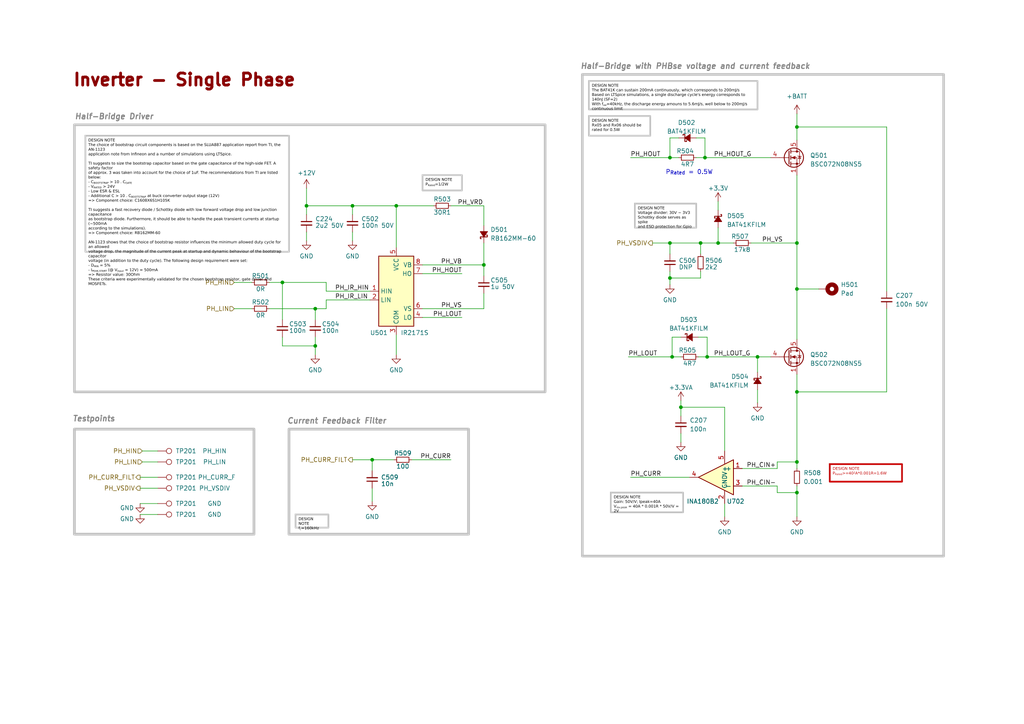
<source format=kicad_sch>
(kicad_sch (version 20230121) (generator eeschema)
  (paper "A4")
  (title_block (title "Inverter - Single Phase") (date "2023-12-27") (rev "1.0"))
  (lib_symbols
    (symbol "Amplifier_Current:INA180B2"
      (property "Reference" "U" (at 6.35 -5.08 0))
      (symbol "INA180B2_0_1"
        (polyline (pts (xy 7.62 0) (xy -2.54 5.08) (xy -2.54 -5.08) (xy 7.62 0)) (stroke (width 0.254)) (fill (type background)))
      )
      (symbol "INA180B2_1_1"
        (pin input line (at -5.08 2.54 0) (length 2.54) (name "+") (number "1"))
        (pin power_in line (at 0 -7.62 90) (length 3.81) (name "GND") (number "2"))
        (pin input line (at -5.08 -2.54 0) (length 2.54) (name "-") (number "3"))
        (pin output line (at 10.16 0 180) (length 2.54) (name "~") (number "4"))
        (pin power_in line (at 0 7.62 270) (length 3.81) (name "V+") (number "5"))
      )
    )
    (symbol "Connector:TestPoint" (pin_numbers hide) (pin_names (offset 0.762) hide)
      (property "Reference" "TP" (at 0 6.858 0))
      (property "Value" "TestPoint" (at 0 5.08 0))
      (symbol "TestPoint_0_1"
        (circle (center 0 3.302) (radius 0.762))
      )
      (symbol "TestPoint_1_1"
        (pin passive line (at 0 0 90) (length 2.54) (name "1") (number "1"))
      )
    )
    (symbol "Device:C_Small" (pin_numbers hide) (pin_names (offset 0.254) hide)
      (property "Reference" "C" (at 0.254 1.778 0))
      (property "Value" "C_Small" (at 0.254 -2.032 0))
      (symbol "C_Small_0_1"
        (polyline (pts (xy -1.524 -0.508) (xy 1.524 -0.508)) (stroke (width 0.3302)))
        (polyline (pts (xy -1.524 0.508) (xy 1.524 0.508)) (stroke (width 0.3048)))
      )
      (symbol "C_Small_1_1"
        (pin passive line (at 0 2.54 270) (length 2.032) (name "~") (number "1"))
        (pin passive line (at 0 -2.54 90) (length 2.032) (name "~") (number "2"))
      )
    )
    (symbol "Device:D_Schottky_Small_Filled" (pin_numbers hide) (pin_names (offset 0.254) hide)
      (property "Reference" "D" (at -1.27 2.032 0))
      (property "Value" "D_Schottky_Small_Filled" (at -7.112 -2.032 0))
      (symbol "D_Schottky_Small_Filled_0_1"
        (polyline (pts (xy -0.762 0) (xy 0.762 0)))
        (polyline (pts (xy 0.762 -1.016) (xy -0.762 0) (xy 0.762 1.016) (xy 0.762 -1.016)) (stroke (width 0.254)) (fill (type outline)))
        (polyline (pts (xy -1.27 0.762) (xy -1.27 1.016) (xy -0.762 1.016) (xy -0.762 -1.016) (xy -0.254 -1.016) (xy -0.254 -0.762)) (stroke (width 0.254)))
      )
      (symbol "D_Schottky_Small_Filled_1_1"
        (pin passive line (at -2.54 0 0) (length 1.778) (name "K") (number "1"))
        (pin passive line (at 2.54 0 180) (length 1.778) (name "A") (number "2"))
      )
    )
    (symbol "Device:R_Small" (pin_numbers hide) (pin_names (offset 0.254) hide)
      (property "Reference" "R" (at 0.762 0.508 0))
      (property "Value" "R_Small" (at 0.762 -1.016 0))
      (symbol "R_Small_0_1"
        (rectangle (start -0.762 1.778) (end 0.762 -1.778) (stroke (width 0.2032)))
      )
      (symbol "R_Small_1_1"
        (pin passive line (at 0 2.54 270) (length 0.762) (name "~") (number "1"))
        (pin passive line (at 0 -2.54 90) (length 0.762) (name "~") (number "2"))
      )
    )
    (symbol "Driver_FET:IR2181"
      (property "Reference" "U" (at 1.27 13.335 0))
      (property "Value" "IR2181" (at 1.27 11.43 0))
      (symbol "IR2181_0_1"
        (rectangle (start -5.08 -10.16) (end 5.08 10.16) (stroke (width 0.254)) (fill (type background)))
      )
      (symbol "IR2181_1_1"
        (pin input line (at -7.62 0 0) (length 2.54) (name "HIN") (number "1"))
        (pin input line (at -7.62 -2.54 0) (length 2.54) (name "LIN") (number "2"))
        (pin power_in line (at 0 -12.7 90) (length 2.54) (name "COM") (number "3"))
        (pin output line (at 7.62 -7.62 180) (length 2.54) (name "LO") (number "4"))
        (pin power_in line (at 0 12.7 270) (length 2.54) (name "VCC") (number "5"))
        (pin passive line (at 7.62 -5.08 180) (length 2.54) (name "VS") (number "6"))
        (pin output line (at 7.62 5.08 180) (length 2.54) (name "HO") (number "7"))
        (pin passive line (at 7.62 7.62 180) (length 2.54) (name "VB") (number "8"))
      )
    )
    (symbol "Mechanical:MountingHole_Pad" (pin_numbers hide) (pin_names (offset 1.016) hide)
      (property "Reference" "H" (at 0 6.35 0))
      (property "Value" "MountingHole_Pad" (at 0 4.445 0))
      (symbol "MountingHole_Pad_0_1"
        (circle (center 0 1.27) (radius 1.27) (stroke (width 1.27)))
      )
      (symbol "MountingHole_Pad_1_1"
        (pin input line (at 0 -2.54 90) (length 2.54) (name "1") (number "1"))
      )
    )
    (symbol "Transistor_FET:BSC072N08NS5" (pin_names hide)
      (property "Reference" "Q" (at 5.08 1.905 0))
      (property "Value" "BSC072N08NS5" (at 5.08 0 0))
      (symbol "BSC072N08NS5_0_1"
        (polyline (pts (xy 0.254 0) (xy -2.54 0)))
        (polyline (pts (xy 0.254 1.905) (xy 0.254 -1.905)) (stroke (width 0.254)))
        (polyline (pts (xy 0.762 -1.27) (xy 0.762 -2.286)) (stroke (width 0.254)))
        (polyline (pts (xy 0.762 0.508) (xy 0.762 -0.508)) (stroke (width 0.254)))
        (polyline (pts (xy 0.762 2.286) (xy 0.762 1.27)) (stroke (width 0.254)))
        (polyline (pts (xy 2.54 2.54) (xy 2.54 1.778)))
        (polyline (pts (xy 2.54 -2.54) (xy 2.54 0) (xy 0.762 0)))
        (polyline (pts (xy 0.762 -1.778) (xy 3.302 -1.778) (xy 3.302 1.778) (xy 0.762 1.778)))
        (polyline (pts (xy 1.016 0) (xy 2.032 0.381) (xy 2.032 -0.381) (xy 1.016 0)) (fill (type outline)))
        (polyline (pts (xy 2.794 0.508) (xy 2.921 0.381) (xy 3.683 0.381) (xy 3.81 0.254)))
        (polyline (pts (xy 3.302 0.381) (xy 2.921 -0.254) (xy 3.683 -0.254) (xy 3.302 0.381)))
        (circle (center 1.651 0) (radius 2.794) (stroke (width 0.254)))
        (circle (center 2.54 -1.778) (radius 0.254) (fill (type outline)))
        (circle (center 2.54 1.778) (radius 0.254) (fill (type outline)))
      )
      (symbol "BSC072N08NS5_1_1"
        (pin passive line (at 2.54 -5.08 90) (length 2.54) (name "S") (number "1"))
        (pin passive line (at 2.54 -5.08 90) (length 2.54) hide (name "S") (number "2"))
        (pin passive line (at 2.54 -5.08 90) (length 2.54) hide (name "S") (number "3"))
        (pin passive line (at -5.08 0 0) (length 2.54) (name "G") (number "4"))
        (pin passive line (at 2.54 5.08 270) (length 2.54) (name "D") (number "5"))
      )
    )
    (symbol "power:+12V" (power) (pin_names (offset 0))
      (property "Value" "+12V" (at 0 3.556 0))
      (symbol "+12V_0_1"
        (polyline (pts (xy -0.762 1.27) (xy 0 2.54)))
        (polyline (pts (xy 0 0) (xy 0 2.54)))
        (polyline (pts (xy 0 2.54) (xy 0.762 1.27)))
      )
      (symbol "+12V_1_1"
        (pin power_in line (at 0 0 90) (length 0) hide (name "+12V") (number "1"))
      )
    )
    (symbol "power:+3.3V" (power) (pin_names (offset 0))
      (property "Value" "+3.3V" (at 0 3.556 0))
      (symbol "+3.3V_0_1"
        (polyline (pts (xy -0.762 1.27) (xy 0 2.54)))
        (polyline (pts (xy 0 0) (xy 0 2.54)))
        (polyline (pts (xy 0 2.54) (xy 0.762 1.27)))
      )
      (symbol "+3.3V_1_1"
        (pin power_in line (at 0 0 90) (length 0) hide (name "+3.3V") (number "1"))
      )
    )
    (symbol "power:+3.3VA" (power) (pin_names (offset 0))
      (property "Value" "+3.3VA" (at 0 3.556 0))
      (symbol "+3.3VA_0_1"
        (polyline (pts (xy -0.762 1.27) (xy 0 2.54)))
        (polyline (pts (xy 0 0) (xy 0 2.54)))
        (polyline (pts (xy 0 2.54) (xy 0.762 1.27)))
      )
      (symbol "+3.3VA_1_1"
        (pin power_in line (at 0 0 90) (length 0) hide (name "+3.3VA") (number "1"))
      )
    )
    (symbol "power:+BATT" (power) (pin_names (offset 0))
      (property "Value" "+BATT" (at 0 3.556 0))
      (symbol "+BATT_0_1"
        (polyline (pts (xy -0.762 1.27) (xy 0 2.54)))
        (polyline (pts (xy 0 0) (xy 0 2.54)))
        (polyline (pts (xy 0 2.54) (xy 0.762 1.27)))
      )
      (symbol "+BATT_1_1"
        (pin power_in line (at 0 0 90) (length 0) hide (name "+BATT") (number "1"))
      )
    )
    (symbol "power:GND" (power) (pin_names (offset 0))
      (property "Value" "GND" (at 0 -3.81 0))
      (symbol "GND_0_1"
        (polyline (pts (xy 0 0) (xy 0 -1.27) (xy 1.27 -1.27) (xy 0 -2.54) (xy -1.27 -1.27) (xy 0 -1.27)))
      )
      (symbol "GND_1_1"
        (pin power_in line (at 0 0 270) (length 0) hide (name "GND") (number "1"))
      )
    )
  )
  (junction (at 91.44 89.535))
  (junction (at 231.14 142.875))
  (junction (at 197.485 118.11))
  (junction (at 208.28 70.485))
  (junction (at 205.105 103.505))
  (junction (at 140.335 76.835))
  (junction (at 81.915 81.915))
  (junction (at 88.9 59.69))
  (junction (at 91.44 100.33))
  (junction (at 114.935 59.69))
  (junction (at 203.2 70.485))
  (junction (at 231.14 70.485))
  (junction (at 231.14 113.665))
  (junction (at 219.71 103.505))
  (junction (at 231.14 36.83))
  (junction (at 231.14 83.82))
  (junction (at 107.95 133.35))
  (junction (at 231.14 133.985))
  (junction (at 194.31 70.485))
  (junction (at 204.47 45.72))
  (junction (at 194.945 103.505))
  (junction (at 194.31 80.645))
  (junction (at 102.235 59.69))
  (junction (at 194.31 45.72))
  (wire (pts (xy 231.14 50.8) (xy 231.14 70.485)))
  (wire (pts (xy 182.88 45.72) (xy 194.31 45.72)))
  (wire (pts (xy 114.935 59.69) (xy 125.73 59.69)))
  (wire (pts (xy 119.38 133.35) (xy 130.81 133.35)))
  (wire (pts (xy 201.93 45.72) (xy 204.47 45.72)))
  (wire (pts (xy 231.14 140.97) (xy 231.14 142.875)))
  (wire (pts (xy 202.565 103.505) (xy 205.105 103.505)))
  (wire (pts (xy 225.425 133.985) (xy 231.14 133.985)))
  (wire (pts (xy 231.14 36.83) (xy 231.14 40.64)))
  (wire (pts (xy 194.31 70.485) (xy 203.2 70.485)))
  (wire (pts (xy 67.945 89.535) (xy 73.025 89.535)))
  (wire (pts (xy 219.71 103.505) (xy 219.71 107.95)))
  (wire (pts (xy 208.28 58.42) (xy 208.28 60.96)))
  (wire (pts (xy 197.485 118.11) (xy 210.185 118.11)))
  (wire (pts (xy 182.245 103.505) (xy 194.945 103.505)))
  (wire (pts (xy 257.175 84.455) (xy 257.175 36.83)))
  (wire (pts (xy 205.105 103.505) (xy 219.71 103.505)))
  (wire (pts (xy 225.425 140.97) (xy 225.425 142.875)))
  (wire (pts (xy 78.105 81.915) (xy 81.915 81.915)))
  (wire (pts (xy 140.335 89.535) (xy 140.335 85.09)))
  (wire (pts (xy 88.9 67.31) (xy 88.9 69.85)))
  (wire (pts (xy 81.915 81.915) (xy 94.615 81.915)))
  (wire (pts (xy 257.175 89.535) (xy 257.175 113.665)))
  (wire (pts (xy 194.945 103.505) (xy 197.485 103.505)))
  (wire (pts (xy 197.485 118.11) (xy 197.485 116.205)))
  (wire (pts (xy 40.64 149.225) (xy 45.72 149.225)))
  (wire (pts (xy 197.485 120.65) (xy 197.485 118.11)))
  (wire (pts (xy 204.47 40.005) (xy 204.47 45.72)))
  (wire (pts (xy 194.31 80.645) (xy 194.31 82.55)))
  (wire (pts (xy 204.47 45.72) (xy 223.52 45.72)))
  (wire (pts (xy 81.915 97.79) (xy 81.915 100.33)))
  (wire (pts (xy 197.485 125.73) (xy 197.485 128.27)))
  (wire (pts (xy 40.64 138.43) (xy 45.72 138.43)))
  (wire (pts (xy 217.805 70.485) (xy 231.14 70.485)))
  (wire (pts (xy 122.555 76.835) (xy 140.335 76.835)))
  (wire (pts (xy 81.915 100.33) (xy 91.44 100.33)))
  (wire (pts (xy 201.93 40.005) (xy 204.47 40.005)))
  (wire (pts (xy 231.14 83.82) (xy 237.49 83.82)))
  (wire (pts (xy 102.235 59.69) (xy 114.935 59.69)))
  (wire (pts (xy 41.275 133.985) (xy 45.72 133.985)))
  (wire (pts (xy 225.425 142.875) (xy 231.14 142.875)))
  (wire (pts (xy 78.105 89.535) (xy 91.44 89.535)))
  (wire (pts (xy 88.9 54.61) (xy 88.9 59.69)))
  (wire (pts (xy 197.485 97.79) (xy 194.945 97.79)))
  (wire (pts (xy 257.175 113.665) (xy 231.14 113.665)))
  (wire (pts (xy 88.9 59.69) (xy 102.235 59.69)))
  (wire (pts (xy 140.335 70.485) (xy 140.335 76.835)))
  (wire (pts (xy 91.44 89.535) (xy 94.615 89.535)))
  (wire (pts (xy 203.2 70.485) (xy 203.2 73.66)))
  (wire (pts (xy 219.71 113.03) (xy 219.71 116.84)))
  (wire (pts (xy 215.265 135.89) (xy 225.425 135.89)))
  (wire (pts (xy 189.23 70.485) (xy 194.31 70.485)))
  (wire (pts (xy 107.95 136.525) (xy 107.95 133.35)))
  (wire (pts (xy 130.81 59.69) (xy 140.335 59.69)))
  (wire (pts (xy 219.71 103.505) (xy 223.52 103.505)))
  (wire (pts (xy 200.025 138.43) (xy 182.88 138.43)))
  (wire (pts (xy 40.64 141.605) (xy 45.72 141.605)))
  (wire (pts (xy 210.185 146.05) (xy 210.185 149.86)))
  (wire (pts (xy 40.64 146.05) (xy 45.72 146.05)))
  (wire (pts (xy 122.555 79.375) (xy 133.985 79.375)))
  (wire (pts (xy 231.14 108.585) (xy 231.14 113.665)))
  (wire (pts (xy 107.95 133.35) (xy 114.3 133.35)))
  (wire (pts (xy 94.615 81.915) (xy 94.615 84.455)))
  (wire (pts (xy 194.31 73.66) (xy 194.31 70.485)))
  (wire (pts (xy 91.44 97.79) (xy 91.44 100.33)))
  (wire (pts (xy 231.14 113.665) (xy 231.14 133.985)))
  (wire (pts (xy 41.275 130.81) (xy 45.72 130.81)))
  (wire (pts (xy 203.2 78.74) (xy 203.2 80.645)))
  (wire (pts (xy 102.235 133.35) (xy 107.95 133.35)))
  (wire (pts (xy 231.14 70.485) (xy 231.14 83.82)))
  (wire (pts (xy 231.14 142.875) (xy 231.14 149.86)))
  (wire (pts (xy 208.28 70.485) (xy 212.725 70.485)))
  (wire (pts (xy 194.31 80.645) (xy 203.2 80.645)))
  (wire (pts (xy 231.14 36.83) (xy 257.175 36.83)))
  (wire (pts (xy 194.945 97.79) (xy 194.945 103.505)))
  (wire (pts (xy 208.28 66.04) (xy 208.28 70.485)))
  (wire (pts (xy 67.945 81.915) (xy 73.025 81.915)))
  (wire (pts (xy 88.9 59.69) (xy 88.9 62.23)))
  (wire (pts (xy 140.335 59.69) (xy 140.335 65.405)))
  (wire (pts (xy 107.95 141.605) (xy 107.95 145.415)))
  (wire (pts (xy 140.335 76.835) (xy 140.335 80.01)))
  (wire (pts (xy 94.615 86.995) (xy 94.615 89.535)))
  (wire (pts (xy 114.935 59.69) (xy 114.935 71.755)))
  (wire (pts (xy 102.235 59.69) (xy 102.235 62.23)))
  (wire (pts (xy 231.14 133.985) (xy 231.14 135.89)))
  (wire (pts (xy 194.31 78.74) (xy 194.31 80.645)))
  (wire (pts (xy 205.105 97.79) (xy 205.105 103.505)))
  (wire (pts (xy 215.265 140.97) (xy 225.425 140.97)))
  (wire (pts (xy 122.555 89.535) (xy 140.335 89.535)))
  (wire (pts (xy 114.935 97.155) (xy 114.935 102.87)))
  (wire (pts (xy 225.425 135.89) (xy 225.425 133.985)))
  (wire (pts (xy 94.615 86.995) (xy 107.315 86.995)))
  (wire (pts (xy 91.44 89.535) (xy 91.44 92.71)))
  (wire (pts (xy 94.615 84.455) (xy 107.315 84.455)))
  (wire (pts (xy 194.31 45.72) (xy 196.85 45.72)))
  (wire (pts (xy 203.2 70.485) (xy 208.28 70.485)))
  (wire (pts (xy 231.14 33.02) (xy 231.14 36.83)))
  (wire (pts (xy 122.555 92.075) (xy 133.985 92.075)))
  (wire (pts (xy 194.31 40.005) (xy 194.31 45.72)))
  (wire (pts (xy 202.565 97.79) (xy 205.105 97.79)))
  (wire (pts (xy 196.85 40.005) (xy 194.31 40.005)))
  (wire (pts (xy 210.185 118.11) (xy 210.185 130.81)))
  (wire (pts (xy 102.235 67.31) (xy 102.235 69.85)))
  (wire (pts (xy 231.14 83.82) (xy 231.14 98.425)))
  (wire (pts (xy 91.44 100.33) (xy 91.44 102.87)))
  (wire (pts (xy 81.915 81.915) (xy 81.915 92.71)))
  (rectangle (start 21.59 124.46) (end 73.66 154.94) (stroke (width 0.8) (color 194 194 194 1)))
  (rectangle (start 83.82 124.46) (end 135.89 154.94) (stroke (width 0.8) (color 194 194 194 1)))
  (rectangle (start 21.59 36.195) (end 158.115 113.665) (stroke (width 0.75) (color 194 194 194 1)))
  (rectangle (start 168.91 21.59) (end 273.685 161.29) (stroke (width 0.75) (color 194 194 194 1)))
  (text_box "DESIGN NOTE\nThe choice of bootstrap circuit components is based on the SLUA887 application report from TI, the AN-1123 \napplication note from Infineon and a number of simulations using LTSpice.\n\nTI suggests to size the bootstrap capacitor based on the gate capacitance of the high-side FET. A safety factor\nof approx. 3 was taken into account for the choice of 1uF. The recommendations from TI are listed below:\n- C_{BOOTSTRAP} > 10 . C_{GATE}\n- V_{RATED} > 24V\n- Low ESR & ESL\n- Additional C > 10 . C_{BOOTSTRAP} at buck converter output stage (12V)\n=> Component choice: C1608X6S1H105K\n\nTI suggests a fast recovery diode / Schottky diode with low forward voltage drop and low junction capacitance\nas bootstrap diode. Furthermore, it should be able to handle the peak transient currents at startup (~500mA\naccording to the simulations).\n=> Component choice: RB162MM-60\n\nAN-1123 shows that the choice of bootstrap resistor influences the minimum allowed duty cycle for an allowed\nvoltage drop, the magnitude of the current peak at startup and dynamic behaviour of the bootstrap capacitor\nvoltage (in addition to the duty cycle). The following design requirement were set:\n- D_{MIN} = 5%\n- I_{PEAK,START} (@ V_{Input} = 12V) = 500mA\n=> Resistor value: 30Ohm\nThese criteria were experimentally validated for the chosen bootstrap resistor, gate driver and MOSFETs." (at 24.765 39.37 0) (size 59.055 33.655) (stroke (width 0.5) (color 194 194 194 1)) (fill (type color) (color 255 255 255 1)) (effects (font (size 0.8 0.8)) (justify left top)))
  (text_box "DESIGN NOTE\nThe BAT41K can sustain 200mA continuously, which corresponds to 200mJ/s\nBased on LTSpice simulations, a single discharge cycle's energy corresponds to 140nJ (SF=2)\nWith f_{sw}=40kHz, the discharge energy amouns to 5.6mJ/s, well below to 200mJ/s continuous limit\n\n" (at 170.815 23.495 0) (size 48.895 8.255) (stroke (width 0.5) (color 194 194 194 1)) (fill (type color) (color 255 255 255 1)) (effects (font (size 0.8 0.8)) (justify left top)))
  (text_box "DESIGN NOTE\nf_{c}=160kHz" (at 85.725 149.225 0) (size 9.525 3.81) (stroke (width 0.5) (color 194 194 194 1)) (fill (type color) (color 255 255 255 1)) (effects (font (size 0.8 0.8)) (justify left top)))
  (text_box "DESIGN NOTE\nGain: 50V/V; Ipeak=40A\nV_{rev,peak} = 40A * 0.001R * 50V/V = 2V" (at 177.165 142.875 0) (size 20.955 5.715) (stroke (width 0.5) (color 194 194 194 1)) (fill (type color) (color 255 255 255 1)) (effects (font (size 0.8 0.8)) (justify left top)))
  (text_box "DESIGN NOTE\nP_{Rated}>=40^{2}A*0.001R=1.6W" (at 240.665 134.62 0) (size 20.955 5.08) (stroke (width 0.5) (color 194 0 0 1)) (fill (type color) (color 255 255 255 1)) (effects (font (size 0.8 0.8)) (justify left top)))
  (text_box "DESIGN NOTE\nVoltage divider: 30V ~ 3V3\nSchottky diode serves as spike\nand ESD protection for Gpio" (at 184.15 59.055 0) (size 17.78 6.985) (stroke (width 0.5) (color 194 194 194 1)) (fill (type color) (color 255 255 255 1)) (effects (font (size 0.8 0.8)) (justify left top)))
  (text_box "DESIGN NOTE\nRx05 and Rx06 should be rated for 0.5W" (at 170.815 33.655 0) (size 17.78 5.715) (stroke (width 0.5) (color 194 194 194 1)) (fill (type color) (color 255 255 255 1)) (effects (font (size 0.8 0.8)) (justify left top)))
  (text_box "DESIGN NOTE\nP_{Rated}=1/2W" (at 122.555 50.8 0) (size 11.43 4.445) (stroke (width 0.5) (color 194 194 194 1)) (fill (type color) (color 255 255 255 1)) (effects (font (size 0.8 0.8)) (justify left top)))
  (text "Half-Bridge with PHBse voltage and current feedback" (at 168.275 20.32 0) (effects (font (size 1.6 1.6) (thickness 0.32) bold italic) (justify left bottom)))
  (text "Testpoints" (at 20.955 122.555 0) (effects (font (size 1.6 1.6) (thickness 0.32) bold italic) (justify left bottom)))
  (text "Current Feedback Filter" (at 83.185 123.19 0) (effects (font (size 1.6 1.6) (thickness 0.32) bold italic) (justify left bottom)))
  (text "Half-Bridge Driver" (at 21.59 34.925 0) (effects (font (size 1.6 1.6) (thickness 0.32) bold italic) (justify left bottom)))
  (text "P_{Rated} = 0.5W\n" (at 193.04 50.8 0) (effects (font (size 1.27 1.27)) (justify left bottom)))
  (text "Inverter - Single Phase" (at 20.955 25.4 0) (effects (font (size 3.5 3.5) (thickness 0.8) bold) (justify left bottom)))
  (label "PH_LOUT" (at 182.245 103.505 0))
  (label "PH_VB" (at 133.985 76.835 180))
  (label "PH_CIN+" (at 216.535 135.89 0))
  (label "PH_IR_HIN" (at 97.155 84.455 0))
  (label "PH_VRD" (at 132.715 59.69 0))
  (label "PH_VS" (at 220.98 70.485 0))
  (label "PH_HOUT" (at 182.88 45.72 0))
  (label "PH_CURR" (at 130.81 133.35 180))
  (label "PH_CURR" (at 182.88 138.43 0))
  (label "PH_LOUT" (at 133.985 92.075 180))
  (label "PH_VS" (at 133.985 89.535 180))
  (label "PH_CIN-" (at 216.535 140.97 0))
  (label "PH_LOUT_G" (at 207.01 103.505 0))
  (label "PH_HOUT" (at 133.985 79.375 180))
  (label "PH_IR_LIN" (at 97.155 86.995 0))
  (label "PH_HOUT_G" (at 207.01 45.72 0))
  (hierarchical_label "PH_VSDIV" (shape output) (at 189.23 70.485 180))
  (hierarchical_label "PH_CURR_FILT" (shape output) (at 40.64 138.43 180))
  (hierarchical_label "PH_CURR_FILT" (shape output) (at 102.235 133.35 180))
  (hierarchical_label "PH_HIN" (shape input) (at 67.945 81.915 180))
  (hierarchical_label "PH_VSDIV" (shape output) (at 40.64 141.605 180))
  (hierarchical_label "PH_LIN" (shape input) (at 67.945 89.535 180))
  (hierarchical_label "PH_HIN" (shape input) (at 41.275 130.81 180))
  (hierarchical_label "PH_LIN" (shape input) (at 41.275 133.985 180))
  (symbol (lib_id "Device:R_Small") (at 203.2 76.2 0) (unit 1)
    (property "Reference" "R506" (at 204.47 75.565 0) (effects (justify left)))
    (property "Value" "2k2" (at 204.47 77.47 0) (effects (justify left)))
    (property "Footprint" "Resistor_SMD:R_0603_1608Metric_Pad0.98x0.95mm_HandSolder" (effects hide))
    (instances (project "ESC_R1" (path "" (reference "R506") (unit 1)) (path "" (reference "R606") (unit 1)) (path "" (reference "R706") (unit 1))))
  )
  (symbol (lib_id "power:+3.3V") (at 208.28 58.42 0) (unit 1)
    (property "Reference" "#PWR0146" (effects hide))
    (property "Value" "+3.3V" (at 208.28 54.61 0))
    (instances (project "ESC_R1" (path "" (reference "#PWR0146") (unit 1)) (path "" (reference "#PWR0707") (unit 1)) (path "" (reference "#PWR0807") (unit 1))))
  )
  (symbol (lib_id "Device:D_Schottky_Small_Filled") (at 140.335 67.945 90) (unit 1)
    (property "Reference" "D501" (at 142.24 67.31 90) (effects (justify right top)))
    (property "Value" "RB162MM-60" (at 142.24 69.85 90) (effects (justify right top)))
    (property "Footprint" "Diode_SMD:D_SOD-123F" (effects hide))
    (property "Link" "https://www.digikey.de/en/products/detail/rohm-semiconductor/RB162MM-60TR/5001869" (effects hide))
    (instances (project "ESC_R1" (path "" (reference "D501") (unit 1)) (path "" (reference "D601") (unit 1)) (path "" (reference "D701") (unit 1))))
  )
  (symbol (lib_id "Mechanical:MountingHole_Pad") (at 240.03 83.82 270) (unit 1)
    (property "Reference" "H501" (at 243.84 82.5499 90) (effects (justify left)))
    (property "Value" "Pad" (at 243.84 85.09 90) (effects (justify left)))
    (property "Footprint" "TestPoint:Pad_5.5x5.5mm" (effects hide))
    (instances (project "ESC_R1" (path "" (reference "H501") (unit 1)) (path "" (reference "H601") (unit 1)) (path "" (reference "H701") (unit 1))))
  )
  (symbol (lib_id "Connector:TestPoint") (at 45.72 133.985 270) (mirror x) (unit 1)
    (property "Reference" "TP201" (at 53.975 133.985 90))
    (property "Value" "PH_LIN" (at 62.23 133.985 90))
    (property "Footprint" "TestPoint:TestPoint_Pad_D1.5mm" (effects hide))
    (instances (project "ESC_R1" (path "" (reference "TP201") (unit 1)) (path "" (reference "TP502") (unit 1)) (path "" (reference "TP602") (unit 1)) (path "" (reference "TP702") (unit 1))))
  )
  (symbol (lib_id "power:GND") (at 231.14 149.86 0) (unit 1)
    (property "Reference" "#PWR0145" (effects hide))
    (property "Value" "GND" (at 231.14 154.305 0))
    (instances (project "ESC_R1" (path "" (reference "#PWR0145") (unit 1)) (path "" (reference "#PWR0711") (unit 1)) (path "" (reference "#PWR0811") (unit 1))))
  )
  (symbol (lib_id "power:+3.3VA") (at 197.485 116.205 0) (unit 1)
    (property "Reference" "#PWR0132" (effects hide))
    (property "Value" "+3.3VA" (at 197.485 112.395 0))
    (instances (project "ESC_R1" (path "" (reference "#PWR0132") (unit 1)) (path "" (reference "#PWR0221") (unit 1)) (path "" (reference "#PWR0601") (unit 1)) (path "" (reference "#PWR0708") (unit 1)) (path "" (reference "#PWR0808") (unit 1))))
  )
  (symbol (lib_id "power:GND") (at 107.95 145.415 0) (unit 1)
    (property "Reference" "#PWR0149" (effects hide))
    (property "Value" "GND" (at 107.95 149.86 0))
    (instances (project "ESC_R1" (path "" (reference "#PWR0149") (unit 1)) (path "" (reference "#PWR0713") (unit 1)) (path "" (reference "#PWR0813") (unit 1))))
  )
  (symbol (lib_id "power:GND") (at 219.71 116.84 0) (unit 1)
    (property "Reference" "#PWR0606" (effects hide))
    (property "Value" "GND" (at 219.71 121.285 0))
    (instances (project "ESC_R1" (path "" (reference "#PWR0606") (unit 1)) (path "" (reference "#PWR0716") (unit 1)) (path "" (reference "#PWR0816") (unit 1))))
  )
  (symbol (lib_id "power:GND") (at 210.185 149.86 0) (unit 1)
    (property "Reference" "#PWR0604" (effects hide))
    (property "Value" "GND" (at 210.185 154.305 0))
    (instances (project "ESC_R1" (path "" (reference "#PWR0604") (unit 1)) (path "" (reference "#PWR0714") (unit 1)) (path "" (reference "#PWR0814") (unit 1))))
  )
  (symbol (lib_id "Device:R_Small") (at 215.265 70.485 90) (unit 1)
    (property "Reference" "R507" (at 214.63 68.58 90))
    (property "Value" "17k8" (at 215.265 72.39 90))
    (property "Footprint" "Resistor_SMD:R_0603_1608Metric_Pad0.98x0.95mm_HandSolder" (effects hide))
    (instances (project "ESC_R1" (path "" (reference "R507") (unit 1)) (path "" (reference "R607") (unit 1)) (path "" (reference "R707") (unit 1))))
  )
  (symbol (lib_id "Connector:TestPoint") (at 45.72 138.43 270) (mirror x) (unit 1)
    (property "Reference" "TP201" (at 53.975 138.43 90))
    (property "Value" "PH_CURR_F" (at 62.865 138.43 90))
    (property "Footprint" "TestPoint:TestPoint_Pad_D1.5mm" (effects hide))
    (instances (project "ESC_R1" (path "" (reference "TP201") (unit 1)) (path "" (reference "TP503") (unit 1)) (path "" (reference "TP603") (unit 1)) (path "" (reference "TP703") (unit 1))))
  )
  (symbol (lib_id "Device:D_Schottky_Small_Filled") (at 199.39 40.005 0) (unit 1)
    (property "Reference" "D502" (at 199.136 35.56 0))
    (property "Value" "BAT41KFILM" (at 199.136 38.1 0))
    (property "Footprint" "Diode_SMD:D_SOD-523" (effects hide))
    (property "Link" "https://www.digikey.de/en/products/detail/stmicroelectronics/BAT41KFILM/1207023" (effects hide))
    (instances (project "ESC_R1" (path "" (reference "D502") (unit 1)) (path "" (reference "D602") (unit 1)) (path "" (reference "D702") (unit 1))))
  )
  (symbol (lib_id "Device:R_Small") (at 116.84 133.35 90) (unit 1)
    (property "Reference" "R509" (at 116.84 131.445 90))
    (property "Value" "100" (at 116.84 135.255 90))
    (property "Footprint" "Resistor_SMD:R_0603_1608Metric_Pad0.98x0.95mm_HandSolder" (effects hide))
    (instances (project "ESC_R1" (path "" (reference "R509") (unit 1)) (path "" (reference "R609") (unit 1)) (path "" (reference "R709") (unit 1))))
  )
  (symbol (lib_id "power:+BATT") (at 231.14 33.02 0) (unit 1)
    (property "Reference" "#PWR0150" (effects hide))
    (property "Value" "+BATT" (at 231.14 27.94 0))
    (instances (project "ESC_R1" (path "" (reference "#PWR0150") (unit 1)) (path "" (reference "#PWR0710") (unit 1)) (path "" (reference "#PWR0810") (unit 1))))
  )
  (symbol (lib_id "Device:D_Schottky_Small_Filled") (at 219.71 110.49 270) (unit 1)
    (property "Reference" "D504" (at 217.17 109.22 90) (effects (justify right)))
    (property "Value" "BAT41KFILM" (at 217.17 111.76 90) (effects (justify right)))
    (property "Footprint" "Diode_SMD:D_SOD-523" (effects hide))
    (property "Link" "https://www.digikey.de/en/products/detail/stmicroelectronics/BAT41KFILM/1207023" (effects hide))
    (instances (project "ESC_R1" (path "" (reference "D504") (unit 1)) (path "" (reference "D604") (unit 1)) (path "" (reference "D704") (unit 1))))
  )
  (symbol (lib_id "power:+12V") (at 88.9 54.61 0) (unit 1)
    (property "Reference" "#PWR0124" (effects hide))
    (property "Value" "+12V" (at 88.9 50.165 0))
    (instances (project "ESC_R1" (path "" (reference "#PWR0124") (unit 1)) (path "" (reference "#PWR0702") (unit 1)) (path "" (reference "#PWR0802") (unit 1))))
  )
  (symbol (lib_id "Connector:TestPoint") (at 45.72 146.05 270) (mirror x) (unit 1)
    (property "Reference" "TP201" (at 53.975 146.05 90))
    (property "Value" "GND" (at 62.23 146.05 90))
    (property "Footprint" "TestPoint:TestPoint_Pad_D1.5mm" (effects hide))
    (instances (project "ESC_R1" (path "" (reference "TP201") (unit 1)) (path "" (reference "TP505") (unit 1)) (path "" (reference "TP605") (unit 1)) (path "" (reference "TP705") (unit 1))))
  )
  (symbol (lib_id "power:GND") (at 40.64 146.05 0) (unit 1)
    (property "Reference" "#PWR0602" (effects hide))
    (property "Value" "GND" (at 36.83 147.32 0))
    (instances (project "ESC_R1" (path "" (reference "#PWR0602") (unit 1)) (path "" (reference "#PWR0709") (unit 1)) (path "" (reference "#PWR0809") (unit 1))))
  )
  (symbol (lib_id "power:GND") (at 114.935 102.87 0) (unit 1)
    (property "Reference" "#PWR0122" (effects hide))
    (property "Value" "GND" (at 114.935 107.315 0))
    (instances (project "ESC_R1" (path "" (reference "#PWR0122") (unit 1)) (path "" (reference "#PWR0705") (unit 1)) (path "" (reference "#PWR0805") (unit 1))))
  )
  (symbol (lib_id "Device:C_Small") (at 197.485 123.19 0) (unit 1)
    (property "Reference" "C207" (at 200.025 121.92 0) (effects (justify left)))
    (property "Value" "100n" (at 200.025 124.46 0) (effects (justify left)))
    (property "Footprint" "Capacitor_SMD:C_0402_1005Metric_Pad0.74x0.62mm_HandSolder" (effects hide))
    (instances (project "ESC_R1" (path "" (reference "C207") (unit 1)) (path "" (reference "C507") (unit 1)) (path "" (reference "C607") (unit 1)) (path "" (reference "C707") (unit 1))))
  )
  (symbol (lib_id "Connector:TestPoint") (at 45.72 130.81 270) (mirror x) (unit 1)
    (property "Reference" "TP201" (at 53.975 130.81 90))
    (property "Value" "PH_HIN" (at 62.23 130.81 90))
    (property "Footprint" "TestPoint:TestPoint_Pad_D1.5mm" (effects hide))
    (instances (project "ESC_R1" (path "" (reference "TP201") (unit 1)) (path "" (reference "TP501") (unit 1)) (path "" (reference "TP601") (unit 1)) (path "" (reference "TP701") (unit 1))))
  )
  (symbol (lib_id "Device:C_Small") (at 194.31 76.2 180) (unit 1)
    (property "Reference" "C506" (at 196.85 75.565 0) (effects (justify right)))
    (property "Value" "DNP" (at 196.85 77.47 0) (effects (justify right)))
    (property "Footprint" "Capacitor_SMD:C_0402_1005Metric_Pad0.74x0.62mm_HandSolder" (effects hide))
    (instances (project "ESC_R1" (path "" (reference "C506") (unit 1)) (path "" (reference "C606") (unit 1)) (path "" (reference "C706") (unit 1))))
  )
  (symbol (lib_id "Device:D_Schottky_Small_Filled") (at 200.025 97.79 0) (unit 1)
    (property "Reference" "D503" (at 199.771 92.71 0))
    (property "Value" "BAT41KFILM" (at 199.771 95.25 0))
    (property "Footprint" "Diode_SMD:D_SOD-523" (effects hide))
    (property "Link" "https://www.digikey.de/en/products/detail/stmicroelectronics/BAT41KFILM/1207023" (effects hide))
    (instances (project "ESC_R1" (path "" (reference "D503") (unit 1)) (path "" (reference "D603") (unit 1)) (path "" (reference "D703") (unit 1))))
  )
  (symbol (lib_id "Device:C_Small") (at 140.335 82.55 0) (unit 1)
    (property "Reference" "C505" (at 142.24 81.28 0) (effects (justify left)))
    (property "Value" "1u 50V" (at 142.24 83.185 0) (effects (justify left)))
    (property "Footprint" "Capacitor_SMD:C_0603_1608Metric_Pad1.08x0.95mm_HandSolder" (effects hide))
    (instances (project "ESC_R1" (path "" (reference "C505") (unit 1)) (path "" (reference "C605") (unit 1)) (path "" (reference "C705") (unit 1))))
  )
  (symbol (lib_id "power:GND") (at 88.9 69.85 0) (unit 1)
    (property "Reference" "#PWR0121" (effects hide))
    (property "Value" "GND" (at 88.9 74.295 0))
    (instances (project "ESC_R1" (path "" (reference "#PWR0121") (unit 1)) (path "" (reference "#PWR0703") (unit 1)) (path "" (reference "#PWR0803") (unit 1))))
  )
  (symbol (lib_id "Device:R_Small") (at 128.27 59.69 90) (unit 1)
    (property "Reference" "R503" (at 128.27 57.785 90))
    (property "Value" "30R1" (at 128.27 61.595 90))
    (property "Footprint" "Resistor_SMD:R_0603_1608Metric_Pad0.98x0.95mm_HandSolder" (effects hide))
    (property "Link" "https://www.digikey.de/en/products/detail/vishay-dale/CRCW060333R0FKEAHP/2222237" (effects hide))
    (instances (project "ESC_R1" (path "" (reference "R503") (unit 1)) (path "" (reference "R603") (unit 1)) (path "" (reference "R703") (unit 1))))
  )
  (symbol (lib_id "power:GND") (at 194.31 82.55 0) (unit 1)
    (property "Reference" "#PWR0148" (effects hide))
    (property "Value" "GND" (at 194.31 86.995 0))
    (instances (project "ESC_R1" (path "" (reference "#PWR0148") (unit 1)) (path "" (reference "#PWR0706") (unit 1)) (path "" (reference "#PWR0806") (unit 1))))
  )
  (symbol (lib_id "Device:R_Small") (at 199.39 45.72 90) (unit 1)
    (property "Reference" "R504" (at 198.755 43.815 90))
    (property "Value" "4R7" (at 199.39 47.625 90))
    (property "Footprint" "Resistor_SMD:R_0603_1608Metric_Pad0.98x0.95mm_HandSolder" (effects hide))
    (instances (project "ESC_R1" (path "" (reference "R504") (unit 1)) (path "" (reference "R604") (unit 1)) (path "" (reference "R704") (unit 1))))
  )
  (symbol (lib_id "power:GND") (at 91.44 102.87 0) (unit 1)
    (property "Reference" "#PWR0123" (effects hide))
    (property "Value" "GND" (at 91.44 107.315 0))
    (instances (project "ESC_R1" (path "" (reference "#PWR0123") (unit 1)) (path "" (reference "#PWR0701") (unit 1)) (path "" (reference "#PWR0801") (unit 1))))
  )
  (symbol (lib_id "Device:D_Schottky_Small_Filled") (at 208.28 63.5 270) (unit 1)
    (property "Reference" "D505" (at 210.82 62.611 90) (effects (justify left)))
    (property "Value" "BAT41KFILM" (at 210.82 65.151 90) (effects (justify left)))
    (property "Footprint" "Diode_SMD:D_SOD-523" (effects hide))
    (property "Link" "https://www.digikey.de/en/products/detail/stmicroelectronics/BAT41KFILM/1207023" (effects hide))
    (instances (project "ESC_R1" (path "" (reference "D505") (unit 1)) (path "" (reference "D605") (unit 1)) (path "" (reference "D705") (unit 1))))
  )
  (symbol (lib_id "Connector:TestPoint") (at 45.72 141.605 270) (mirror x) (unit 1)
    (property "Reference" "TP201" (at 53.975 141.605 90))
    (property "Value" "PH_VSDIV" (at 62.23 141.605 90))
    (property "Footprint" "TestPoint:TestPoint_Pad_D1.5mm" (effects hide))
    (instances (project "ESC_R1" (path "" (reference "TP201") (unit 1)) (path "" (reference "TP504") (unit 1)) (path "" (reference "TP604") (unit 1)) (path "" (reference "TP704") (unit 1))))
  )
  (symbol (lib_id "Device:C_Small") (at 81.915 95.25 0) (unit 1)
    (property "Reference" "C503" (at 83.82 93.98 0) (effects (justify left)))
    (property "Value" "100n" (at 83.82 95.885 0) (effects (justify left)))
    (property "Footprint" "Capacitor_SMD:C_0402_1005Metric_Pad0.74x0.62mm_HandSolder" (effects hide))
    (instances (project "ESC_R1" (path "" (reference "C503") (unit 1)) (path "" (reference "C601") (unit 1)) (path "" (reference "C701") (unit 1))))
  )
  (symbol (lib_id "Transistor_FET:BSC072N08NS5") (at 228.6 103.505 0) (unit 1)
    (property "Reference" "Q502" (at 234.95 102.87 0) (effects (justify left)))
    (property "Value" "BSC072N08NS5" (at 234.95 105.41 0) (effects (justify left)))
    (property "Footprint" "Package_TO_SOT_SMD:TDSON-8-1" (effects hide))
    (property "Datasheet" "http://www.infineon.com/dgdl/Infineon-BSC072N08NS5-DS-v02_00-EN.pdf?fileId=5546d4624ad04ef9014ae3d8e8192c7c" (effects hide))
    (property "Link" "https://www.digikey.de/en/products/detail/infineon-technologies/BSC072N08NS5ATMA1/5959908" (effects hide))
    (instances (project "ESC_R1" (path "" (reference "Q502") (unit 1)) (path "" (reference "Q602") (unit 1)) (path "" (reference "Q702") (unit 1))))
  )
  (symbol (lib_id "Transistor_FET:BSC072N08NS5") (at 228.6 45.72 0) (unit 1)
    (property "Reference" "Q501" (at 234.95 45.085 0) (effects (justify left)))
    (property "Value" "BSC072N08NS5" (at 234.95 47.625 0) (effects (justify left)))
    (property "Footprint" "Package_TO_SOT_SMD:TDSON-8-1" (effects hide))
    (property "Datasheet" "http://www.infineon.com/dgdl/Infineon-BSC072N08NS5-DS-v02_00-EN.pdf?fileId=5546d4624ad04ef9014ae3d8e8192c7c" (effects hide))
    (property "Link" "https://www.digikey.de/en/products/detail/infineon-technologies/BSC072N08NS5ATMA1/5959908" (effects hide))
    (instances (project "ESC_R1" (path "" (reference "Q501") (unit 1)) (path "" (reference "Q601") (unit 1)) (path "" (reference "Q701") (unit 1))))
  )
  (symbol (lib_id "Device:C_Small") (at 91.44 95.25 0) (unit 1)
    (property "Reference" "C504" (at 93.345 93.98 0) (effects (justify left)))
    (property "Value" "100n" (at 93.345 95.885 0) (effects (justify left)))
    (property "Footprint" "Capacitor_SMD:C_0402_1005Metric_Pad0.74x0.62mm_HandSolder" (effects hide))
    (instances (project "ESC_R1" (path "" (reference "C504") (unit 1)) (path "" (reference "C602") (unit 1)) (path "" (reference "C702") (unit 1))))
  )
  (symbol (lib_id "power:GND") (at 40.64 149.225 0) (unit 1)
    (property "Reference" "#PWR0603" (effects hide))
    (property "Value" "GND" (at 36.83 150.495 0))
    (instances (project "ESC_R1" (path "" (reference "#PWR0603") (unit 1)) (path "" (reference "#PWR0712") (unit 1)) (path "" (reference "#PWR0812") (unit 1))))
  )
  (symbol (lib_id "Driver_FET:IR2181") (at 114.935 84.455 0) (unit 1)
    (property "Reference" "U501" (at 107.315 96.52 0) (effects (justify left)))
    (property "Value" "IR2171S" (at 116.205 96.52 0) (effects (justify left)))
    (property "Footprint" "Package_SO:SOIC-8_3.9x4.9mm_P1.27mm" (effects hide))
    (property "Datasheet" "https://www.infineon.com/dgdl/ir2181.pdf?fileId=5546d462533600a4015355c93cdd16ce" (effects hide))
    (property "Link" "https://www.digikey.de/en/products/detail/infineon-technologies/IR2181SPBF/856520" (effects hide))
    (instances (project "ESC_R1" (path "" (reference "U501") (unit 1)) (path "" (reference "U601") (unit 1)) (path "" (reference "U701") (unit 1))))
  )
  (symbol (lib_id "Device:C_Small") (at 257.175 86.995 0) (unit 1)
    (property "Reference" "C207" (at 259.715 85.725 0) (effects (justify left)))
    (property "Value" "100n 50V" (at 259.715 88.265 0) (effects (justify left)))
    (property "Footprint" "Capacitor_SMD:C_0805_2012Metric_Pad1.18x1.45mm_HandSolder" (effects hide))
    (instances (project "ESC_R1" (path "" (reference "C207") (unit 1)) (path "" (reference "C508") (unit 1)) (path "" (reference "C608") (unit 1)) (path "" (reference "C708") (unit 1))))
  )
  (symbol (lib_id "Device:R_Small") (at 231.14 138.43 180) (unit 1)
    (property "Reference" "R508" (at 233.045 137.16 0) (effects (justify right)))
    (property "Value" "0.001" (at 233.045 139.7 0) (effects (justify right)))
    (property "Footprint" "Resistor_SMD:R_1206_3216Metric_Pad1.30x1.75mm_HandSolder" (effects hide))
    (property "Link" "https://www.digikey.de/en/products/detail/stackpole-electronics-inc/HCS1206FT1L00/5574627" (effects hide))
    (instances (project "ESC_R1" (path "" (reference "R508") (unit 1)) (path "" (reference "R608") (unit 1)) (path "" (reference "R708") (unit 1))))
  )
  (symbol (lib_id "Device:R_Small") (at 75.565 89.535 90) (unit 1)
    (property "Reference" "R502" (at 75.565 87.63 90))
    (property "Value" "0R" (at 75.565 91.44 90))
    (property "Footprint" "Resistor_SMD:R_0402_1005Metric_Pad0.72x0.64mm_HandSolder" (effects hide))
    (instances (project "ESC_R1" (path "" (reference "R502") (unit 1)) (path "" (reference "R602") (unit 1)) (path "" (reference "R702") (unit 1))))
  )
  (symbol (lib_id "power:GND") (at 102.235 69.85 0) (unit 1)
    (property "Reference" "#PWR0120" (effects hide))
    (property "Value" "GND" (at 102.235 74.295 0))
    (instances (project "ESC_R1" (path "" (reference "#PWR0120") (unit 1)) (path "" (reference "#PWR0704") (unit 1)) (path "" (reference "#PWR0804") (unit 1))))
  )
  (symbol (lib_id "Device:C_Small") (at 88.9 64.77 0) (unit 1)
    (property "Reference" "C224" (at 91.44 63.5 0) (effects (justify left)))
    (property "Value" "2u2 50V" (at 91.44 65.405 0) (effects (justify left)))
    (property "Footprint" "Capacitor_SMD:C_0805_2012Metric_Pad1.18x1.45mm_HandSolder" (effects hide))
    (property "Link" "https://www.digikey.de/en/products/detail/tdk-corporation/C2012X7R1H225K125AC/2443446" (effects hide))
    (instances (project "ESC_R1" (path "" (reference "C224") (unit 1)) (path "" (reference "C901") (unit 1)) (path "" (reference "C501") (unit 1)) (path "" (reference "C603") (unit 1)) (path "" (reference "C703") (unit 1))))
  )
  (symbol (lib_id "Amplifier_Current:INA180B2") (at 210.185 138.43 0) (mirror y) (unit 1)
    (property "Reference" "U702" (at 213.36 145.415 0))
    (property "Value" "INA180B2" (at 203.835 145.415 0))
    (property "Footprint" "Package_TO_SOT_SMD:SOT-23-5" (effects hide))
    (property "Link" "https://www.digikey.de/en/products/detail/texas-instruments/INA180B2IDBVR/8105877" (effects hide))
    (instances (project "ESC_R1" (path "" (reference "U702") (unit 1)) (path "" (reference "U502") (unit 1)) (path "" (reference "U602") (unit 1))))
  )
  (symbol (lib_id "Device:C_Small") (at 102.235 64.77 180) (unit 1)
    (property "Reference" "C502" (at 104.775 63.5 0) (effects (justify right)))
    (property "Value" "100n 50V" (at 104.775 65.405 0) (effects (justify right)))
    (property "Footprint" "Capacitor_SMD:C_0402_1005Metric_Pad0.74x0.62mm_HandSolder" (effects hide))
    (instances (project "ESC_R1" (path "" (reference "C502") (unit 1)) (path "" (reference "C604") (unit 1)) (path "" (reference "C704") (unit 1))))
  )
  (symbol (lib_id "Device:C_Small") (at 107.95 139.065 180) (unit 1)
    (property "Reference" "C509" (at 110.49 138.43 0) (effects (justify right)))
    (property "Value" "10n" (at 110.49 140.335 0) (effects (justify right)))
    (property "Footprint" "Capacitor_SMD:C_0603_1608Metric_Pad1.08x0.95mm_HandSolder" (effects hide))
    (instances (project "ESC_R1" (path "" (reference "C509") (unit 1)) (path "" (reference "C609") (unit 1)) (path "" (reference "C709") (unit 1))))
  )
  (symbol (lib_id "Device:R_Small") (at 75.565 81.915 90) (unit 1)
    (property "Reference" "R501" (at 75.565 80.01 90))
    (property "Value" "0R" (at 75.565 83.82 90))
    (property "Footprint" "Resistor_SMD:R_0402_1005Metric_Pad0.72x0.64mm_HandSolder" (effects hide))
    (instances (project "ESC_R1" (path "" (reference "R501") (unit 1)) (path "" (reference "R601") (unit 1)) (path "" (reference "R701") (unit 1))))
  )
  (symbol (lib_id "Connector:TestPoint") (at 45.72 149.225 270) (mirror x) (unit 1)
    (property "Reference" "TP201" (at 53.975 149.225 90))
    (property "Value" "GND" (at 62.23 149.225 90))
    (property "Footprint" "TestPoint:TestPoint_Pad_D1.5mm" (effects hide))
    (instances (project "ESC_R1" (path "" (reference "TP201") (unit 1)) (path "" (reference "TP506") (unit 1)) (path "" (reference "TP606") (unit 1)) (path "" (reference "TP706") (unit 1))))
  )
  (symbol (lib_id "Device:R_Small") (at 200.025 103.505 90) (unit 1)
    (property "Reference" "R505" (at 199.39 101.6 90))
    (property "Value" "4R7" (at 200.025 105.41 90))
    (property "Footprint" "Resistor_SMD:R_0603_1608Metric_Pad0.98x0.95mm_HandSolder" (effects hide))
    (instances (project "ESC_R1" (path "" (reference "R505") (unit 1)) (path "" (reference "R605") (unit 1)) (path "" (reference "R705") (unit 1))))
  )
  (symbol (lib_id "power:GND") (at 197.485 128.27 0) (unit 1)
    (property "Reference" "#PWR0605" (effects hide))
    (property "Value" "GND" (at 197.485 132.715 0))
    (instances (project "ESC_R1" (path "" (reference "#PWR0605") (unit 1)) (path "" (reference "#PWR0715") (unit 1)) (path "" (reference "#PWR0815") (unit 1))))
  )
)
</source>
